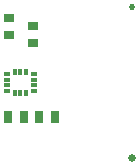
<source format=gbr>
%TF.GenerationSoftware,KiCad,Pcbnew,7.0.5*%
%TF.CreationDate,2023-06-07T14:55:56+03:00*%
%TF.ProjectId,IMU__1,494d555f-b131-42e6-9b69-6361645f7063,rev?*%
%TF.SameCoordinates,Original*%
%TF.FileFunction,Soldermask,Top*%
%TF.FilePolarity,Negative*%
%FSLAX46Y46*%
G04 Gerber Fmt 4.6, Leading zero omitted, Abs format (unit mm)*
G04 Created by KiCad (PCBNEW 7.0.5) date 2023-06-07 14:55:56*
%MOMM*%
%LPD*%
G01*
G04 APERTURE LIST*
%ADD10R,0.780000X0.980000*%
%ADD11R,0.350000X0.575000*%
%ADD12R,0.575000X0.350000*%
%ADD13R,0.900000X0.650000*%
%ADD14C,0.525000*%
%ADD15C,0.675000*%
G04 APERTURE END LIST*
D10*
%TO.C,C1*%
X110360000Y-91700000D03*
X111760000Y-91700000D03*
%TD*%
D11*
%TO.C,IC2*%
X110920000Y-87868000D03*
X111420000Y-87868000D03*
X111920000Y-87868000D03*
D12*
X112583000Y-88030000D03*
X112583000Y-88530000D03*
X112583000Y-89030000D03*
X112583000Y-89530000D03*
D11*
X111920000Y-89692000D03*
X111420000Y-89692000D03*
X110920000Y-89692000D03*
D12*
X110257000Y-89530000D03*
X110257000Y-89030000D03*
X110257000Y-88530000D03*
X110257000Y-88030000D03*
%TD*%
D13*
%TO.C,R2*%
X110440000Y-83312500D03*
X110440000Y-84762500D03*
%TD*%
%TO.C,R1*%
X112520000Y-84015000D03*
X112520000Y-85465000D03*
%TD*%
D10*
%TO.C,C6*%
X114350000Y-91700000D03*
X112950000Y-91700000D03*
%TD*%
D14*
%TO.C,H1*%
X120840000Y-82380000D03*
D15*
X120840000Y-95180000D03*
%TD*%
M02*

</source>
